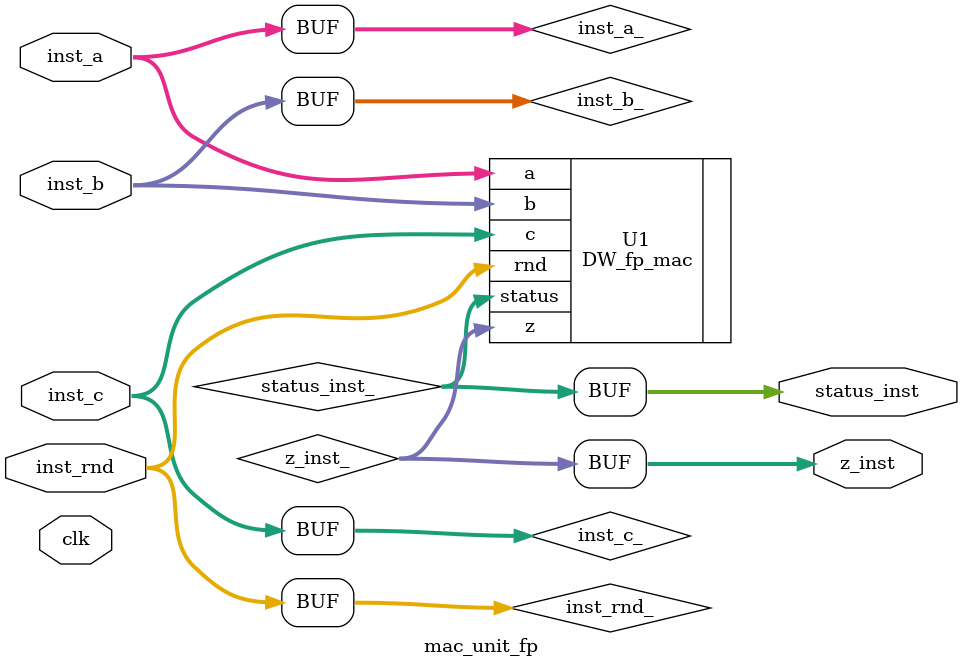
<source format=v>
module mac_unit_fp( clk, inst_a, inst_b, inst_c, inst_rnd, z_inst, status_inst );

parameter inst_sig_width = 23;
parameter inst_exp_width = 8;
parameter inst_ieee_compliance = 0;

input clk;
input [inst_sig_width+inst_exp_width : 0] inst_a;
input [inst_sig_width+inst_exp_width : 0] inst_b;
input [inst_sig_width+inst_exp_width : 0] inst_c;
input [2 : 0] inst_rnd;
output reg [inst_sig_width+inst_exp_width : 0] z_inst;
output reg [7 : 0] status_inst;

reg [inst_sig_width+inst_exp_width : 0] inst_a_;
reg [inst_sig_width+inst_exp_width : 0] inst_b_;
reg [inst_sig_width+inst_exp_width : 0] inst_c_;
reg [2 : 0] inst_rnd_;
wire [inst_sig_width+inst_exp_width : 0] z_inst_;
wire [7 : 0] status_inst_;

  always @ (*)
  begin
    inst_a_ <= inst_a;
    inst_b_ <= inst_b;
    inst_c_ <= inst_c;
    inst_rnd_ <= inst_rnd;
    z_inst <= z_inst_;
    status_inst <= status_inst_;
  end

// Instance of DW_fp_mac
DW_fp_mac #(inst_sig_width, inst_exp_width, inst_ieee_compliance) U1 (.a(inst_a_), .b(inst_b_), .c(inst_c_), .rnd(inst_rnd_), .z(z_inst_), .status(status_inst_) );

endmodule

</source>
